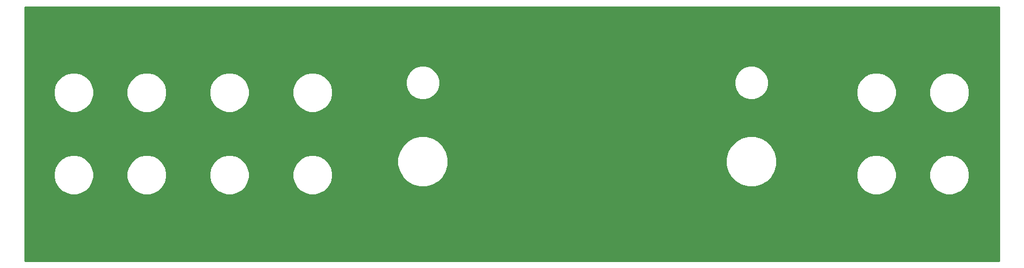
<source format=gbl>
G04 EAGLE Gerber RS-274X export*
G75*
%MOMM*%
%FSLAX34Y34*%
%LPD*%
%INBottom Copper*%
%IPPOS*%
%AMOC8*
5,1,8,0,0,1.08239X$1,22.5*%
G01*
%ADD10C,0.254000*%

G36*
X1520020Y-758D02*
X1520020Y-758D01*
X1520039Y-760D01*
X1520141Y-738D01*
X1520243Y-722D01*
X1520260Y-712D01*
X1520280Y-708D01*
X1520369Y-655D01*
X1520460Y-606D01*
X1520474Y-592D01*
X1520491Y-582D01*
X1520558Y-503D01*
X1520630Y-428D01*
X1520638Y-410D01*
X1520651Y-395D01*
X1520690Y-299D01*
X1520733Y-205D01*
X1520735Y-185D01*
X1520743Y-167D01*
X1520761Y0D01*
X1520761Y397000D01*
X1520758Y397020D01*
X1520760Y397039D01*
X1520738Y397141D01*
X1520722Y397243D01*
X1520712Y397260D01*
X1520708Y397280D01*
X1520655Y397369D01*
X1520606Y397460D01*
X1520592Y397474D01*
X1520582Y397491D01*
X1520503Y397558D01*
X1520428Y397630D01*
X1520410Y397638D01*
X1520395Y397651D01*
X1520299Y397690D01*
X1520205Y397733D01*
X1520185Y397735D01*
X1520167Y397743D01*
X1520000Y397761D01*
X0Y397761D01*
X-20Y397758D01*
X-39Y397760D01*
X-141Y397738D01*
X-243Y397722D01*
X-260Y397712D01*
X-280Y397708D01*
X-369Y397655D01*
X-460Y397606D01*
X-474Y397592D01*
X-491Y397582D01*
X-558Y397503D01*
X-630Y397428D01*
X-638Y397410D01*
X-651Y397395D01*
X-690Y397299D01*
X-733Y397205D01*
X-735Y397185D01*
X-743Y397167D01*
X-761Y397000D01*
X-761Y0D01*
X-758Y-20D01*
X-760Y-39D01*
X-738Y-141D01*
X-722Y-243D01*
X-712Y-260D01*
X-708Y-280D01*
X-655Y-369D01*
X-606Y-460D01*
X-592Y-474D01*
X-582Y-491D01*
X-503Y-558D01*
X-428Y-630D01*
X-410Y-638D01*
X-395Y-651D01*
X-299Y-690D01*
X-205Y-733D01*
X-185Y-735D01*
X-167Y-743D01*
X0Y-761D01*
X1520000Y-761D01*
X1520020Y-758D01*
G37*
%LPC*%
G36*
X615931Y116499D02*
X615931Y116499D01*
X606139Y119123D01*
X597360Y124192D01*
X590192Y131360D01*
X585123Y140139D01*
X582499Y149931D01*
X582499Y160069D01*
X585123Y169861D01*
X590192Y178640D01*
X597360Y185808D01*
X606139Y190877D01*
X615931Y193501D01*
X626069Y193501D01*
X635861Y190877D01*
X644640Y185808D01*
X651808Y178640D01*
X656877Y169861D01*
X659501Y160069D01*
X659501Y149931D01*
X656877Y140139D01*
X651808Y131360D01*
X644640Y124192D01*
X635861Y119123D01*
X626069Y116499D01*
X615931Y116499D01*
G37*
%LPD*%
%LPC*%
G36*
X1128931Y116499D02*
X1128931Y116499D01*
X1119139Y119123D01*
X1110360Y124192D01*
X1103192Y131360D01*
X1098123Y140139D01*
X1095499Y149931D01*
X1095499Y160069D01*
X1098123Y169861D01*
X1103192Y178640D01*
X1110360Y185808D01*
X1119139Y190877D01*
X1128931Y193501D01*
X1139069Y193501D01*
X1148861Y190877D01*
X1157640Y185808D01*
X1164808Y178640D01*
X1169877Y169861D01*
X1172501Y160069D01*
X1172501Y149931D01*
X1169877Y140139D01*
X1164808Y131360D01*
X1157640Y124192D01*
X1148861Y119123D01*
X1139069Y116499D01*
X1128931Y116499D01*
G37*
%LPD*%
%LPC*%
G36*
X1439050Y232999D02*
X1439050Y232999D01*
X1431420Y235044D01*
X1424579Y238993D01*
X1418993Y244579D01*
X1415044Y251420D01*
X1412999Y259050D01*
X1412999Y266950D01*
X1415044Y274580D01*
X1418993Y281421D01*
X1424579Y287007D01*
X1431420Y290956D01*
X1439050Y293001D01*
X1446950Y293001D01*
X1454580Y290956D01*
X1461421Y287007D01*
X1467007Y281421D01*
X1470956Y274580D01*
X1473001Y266950D01*
X1473001Y259050D01*
X1470956Y251420D01*
X1467007Y244579D01*
X1461421Y238993D01*
X1454580Y235044D01*
X1446950Y232999D01*
X1439050Y232999D01*
G37*
%LPD*%
%LPC*%
G36*
X1325050Y232999D02*
X1325050Y232999D01*
X1317420Y235044D01*
X1310579Y238993D01*
X1304993Y244579D01*
X1301044Y251420D01*
X1298999Y259050D01*
X1298999Y266950D01*
X1301044Y274580D01*
X1304993Y281421D01*
X1310579Y287007D01*
X1317420Y290956D01*
X1325050Y293001D01*
X1332950Y293001D01*
X1340580Y290956D01*
X1347421Y287007D01*
X1353007Y281421D01*
X1356956Y274580D01*
X1359001Y266950D01*
X1359001Y259050D01*
X1356956Y251420D01*
X1353007Y244579D01*
X1347421Y238993D01*
X1340580Y235044D01*
X1332950Y232999D01*
X1325050Y232999D01*
G37*
%LPD*%
%LPC*%
G36*
X445050Y232999D02*
X445050Y232999D01*
X437420Y235044D01*
X430579Y238993D01*
X424993Y244579D01*
X421044Y251420D01*
X418999Y259050D01*
X418999Y266950D01*
X421044Y274580D01*
X424993Y281421D01*
X430579Y287007D01*
X437420Y290956D01*
X445050Y293001D01*
X452950Y293001D01*
X460580Y290956D01*
X467421Y287007D01*
X473007Y281421D01*
X476956Y274580D01*
X479001Y266950D01*
X479001Y259050D01*
X476956Y251420D01*
X473007Y244579D01*
X467421Y238993D01*
X460580Y235044D01*
X452950Y232999D01*
X445050Y232999D01*
G37*
%LPD*%
%LPC*%
G36*
X315050Y232999D02*
X315050Y232999D01*
X307420Y235044D01*
X300579Y238993D01*
X294993Y244579D01*
X291044Y251420D01*
X288999Y259050D01*
X288999Y266950D01*
X291044Y274580D01*
X294993Y281421D01*
X300579Y287007D01*
X307420Y290956D01*
X315050Y293001D01*
X322950Y293001D01*
X330580Y290956D01*
X337421Y287007D01*
X343007Y281421D01*
X346956Y274580D01*
X349001Y266950D01*
X349001Y259050D01*
X346956Y251420D01*
X343007Y244579D01*
X337421Y238993D01*
X330580Y235044D01*
X322950Y232999D01*
X315050Y232999D01*
G37*
%LPD*%
%LPC*%
G36*
X186050Y232999D02*
X186050Y232999D01*
X178420Y235044D01*
X171579Y238993D01*
X165993Y244579D01*
X162044Y251420D01*
X159999Y259050D01*
X159999Y266950D01*
X162044Y274580D01*
X165993Y281421D01*
X171579Y287007D01*
X178420Y290956D01*
X186050Y293001D01*
X193950Y293001D01*
X201580Y290956D01*
X208421Y287007D01*
X214007Y281421D01*
X217956Y274580D01*
X220001Y266950D01*
X220001Y259050D01*
X217956Y251420D01*
X214007Y244579D01*
X208421Y238993D01*
X201580Y235044D01*
X193950Y232999D01*
X186050Y232999D01*
G37*
%LPD*%
%LPC*%
G36*
X72050Y232999D02*
X72050Y232999D01*
X64420Y235044D01*
X57579Y238993D01*
X51993Y244579D01*
X48044Y251420D01*
X45999Y259050D01*
X45999Y266950D01*
X48044Y274580D01*
X51993Y281421D01*
X57579Y287007D01*
X64420Y290956D01*
X72050Y293001D01*
X79950Y293001D01*
X87580Y290956D01*
X94421Y287007D01*
X100007Y281421D01*
X103956Y274580D01*
X106001Y266950D01*
X106001Y259050D01*
X103956Y251420D01*
X100007Y244579D01*
X94421Y238993D01*
X87580Y235044D01*
X79950Y232999D01*
X72050Y232999D01*
G37*
%LPD*%
%LPC*%
G36*
X186050Y103999D02*
X186050Y103999D01*
X178420Y106044D01*
X171579Y109993D01*
X165993Y115579D01*
X162044Y122420D01*
X159999Y130050D01*
X159999Y137950D01*
X162044Y145580D01*
X165993Y152421D01*
X171579Y158007D01*
X178420Y161956D01*
X186050Y164001D01*
X193950Y164001D01*
X201580Y161956D01*
X208421Y158007D01*
X214007Y152421D01*
X217956Y145580D01*
X220001Y137950D01*
X220001Y130050D01*
X217956Y122420D01*
X214007Y115579D01*
X208421Y109993D01*
X201580Y106044D01*
X193950Y103999D01*
X186050Y103999D01*
G37*
%LPD*%
%LPC*%
G36*
X72050Y103999D02*
X72050Y103999D01*
X64420Y106044D01*
X57579Y109993D01*
X51993Y115579D01*
X48044Y122420D01*
X45999Y130050D01*
X45999Y137950D01*
X48044Y145580D01*
X51993Y152421D01*
X57579Y158007D01*
X64420Y161956D01*
X72050Y164001D01*
X79950Y164001D01*
X87580Y161956D01*
X94421Y158007D01*
X100007Y152421D01*
X103956Y145580D01*
X106001Y137950D01*
X106001Y130050D01*
X103956Y122420D01*
X100007Y115579D01*
X94421Y109993D01*
X87580Y106044D01*
X79950Y103999D01*
X72050Y103999D01*
G37*
%LPD*%
%LPC*%
G36*
X1439050Y103999D02*
X1439050Y103999D01*
X1431420Y106044D01*
X1424579Y109993D01*
X1418993Y115579D01*
X1415044Y122420D01*
X1412999Y130050D01*
X1412999Y137950D01*
X1415044Y145580D01*
X1418993Y152421D01*
X1424579Y158007D01*
X1431420Y161956D01*
X1439050Y164001D01*
X1446950Y164001D01*
X1454580Y161956D01*
X1461421Y158007D01*
X1467007Y152421D01*
X1470956Y145580D01*
X1473001Y137950D01*
X1473001Y130050D01*
X1470956Y122420D01*
X1467007Y115579D01*
X1461421Y109993D01*
X1454580Y106044D01*
X1446950Y103999D01*
X1439050Y103999D01*
G37*
%LPD*%
%LPC*%
G36*
X1325050Y103999D02*
X1325050Y103999D01*
X1317420Y106044D01*
X1310579Y109993D01*
X1304993Y115579D01*
X1301044Y122420D01*
X1298999Y130050D01*
X1298999Y137950D01*
X1301044Y145580D01*
X1304993Y152421D01*
X1310579Y158007D01*
X1317420Y161956D01*
X1325050Y164001D01*
X1332950Y164001D01*
X1340580Y161956D01*
X1347421Y158007D01*
X1353007Y152421D01*
X1356956Y145580D01*
X1359001Y137950D01*
X1359001Y130050D01*
X1356956Y122420D01*
X1353007Y115579D01*
X1347421Y109993D01*
X1340580Y106044D01*
X1332950Y103999D01*
X1325050Y103999D01*
G37*
%LPD*%
%LPC*%
G36*
X445050Y103999D02*
X445050Y103999D01*
X437420Y106044D01*
X430579Y109993D01*
X424993Y115579D01*
X421044Y122420D01*
X418999Y130050D01*
X418999Y137950D01*
X421044Y145580D01*
X424993Y152421D01*
X430579Y158007D01*
X437420Y161956D01*
X445050Y164001D01*
X452950Y164001D01*
X460580Y161956D01*
X467421Y158007D01*
X473007Y152421D01*
X476956Y145580D01*
X479001Y137950D01*
X479001Y130050D01*
X476956Y122420D01*
X473007Y115579D01*
X467421Y109993D01*
X460580Y106044D01*
X452950Y103999D01*
X445050Y103999D01*
G37*
%LPD*%
%LPC*%
G36*
X315050Y103999D02*
X315050Y103999D01*
X307420Y106044D01*
X300579Y109993D01*
X294993Y115579D01*
X291044Y122420D01*
X288999Y130050D01*
X288999Y137950D01*
X291044Y145580D01*
X294993Y152421D01*
X300579Y158007D01*
X307420Y161956D01*
X315050Y164001D01*
X322950Y164001D01*
X330580Y161956D01*
X337421Y158007D01*
X343007Y152421D01*
X346956Y145580D01*
X349001Y137950D01*
X349001Y130050D01*
X346956Y122420D01*
X343007Y115579D01*
X337421Y109993D01*
X330580Y106044D01*
X322950Y103999D01*
X315050Y103999D01*
G37*
%LPD*%
%LPC*%
G36*
X617643Y252499D02*
X617643Y252499D01*
X611157Y254237D01*
X605342Y257594D01*
X600594Y262342D01*
X597237Y268157D01*
X595499Y274643D01*
X595499Y281357D01*
X597237Y287843D01*
X600594Y293658D01*
X605342Y298406D01*
X611157Y301763D01*
X617643Y303501D01*
X624357Y303501D01*
X630843Y301763D01*
X636658Y298406D01*
X641406Y293658D01*
X644763Y287843D01*
X646501Y281357D01*
X646501Y274643D01*
X644763Y268157D01*
X641406Y262342D01*
X636658Y257594D01*
X630843Y254237D01*
X624357Y252499D01*
X617643Y252499D01*
G37*
%LPD*%
%LPC*%
G36*
X1130643Y252499D02*
X1130643Y252499D01*
X1124157Y254237D01*
X1118342Y257594D01*
X1113594Y262342D01*
X1110237Y268157D01*
X1108499Y274643D01*
X1108499Y281357D01*
X1110237Y287843D01*
X1113594Y293658D01*
X1118342Y298406D01*
X1124157Y301763D01*
X1130643Y303501D01*
X1137357Y303501D01*
X1143843Y301763D01*
X1149658Y298406D01*
X1154406Y293658D01*
X1157763Y287843D01*
X1159501Y281357D01*
X1159501Y274643D01*
X1157763Y268157D01*
X1154406Y262342D01*
X1149658Y257594D01*
X1143843Y254237D01*
X1137357Y252499D01*
X1130643Y252499D01*
G37*
%LPD*%
D10*
X0Y0D02*
X1520000Y0D01*
X1520000Y396500D01*
X0Y396500D01*
X0Y0D01*
M02*

</source>
